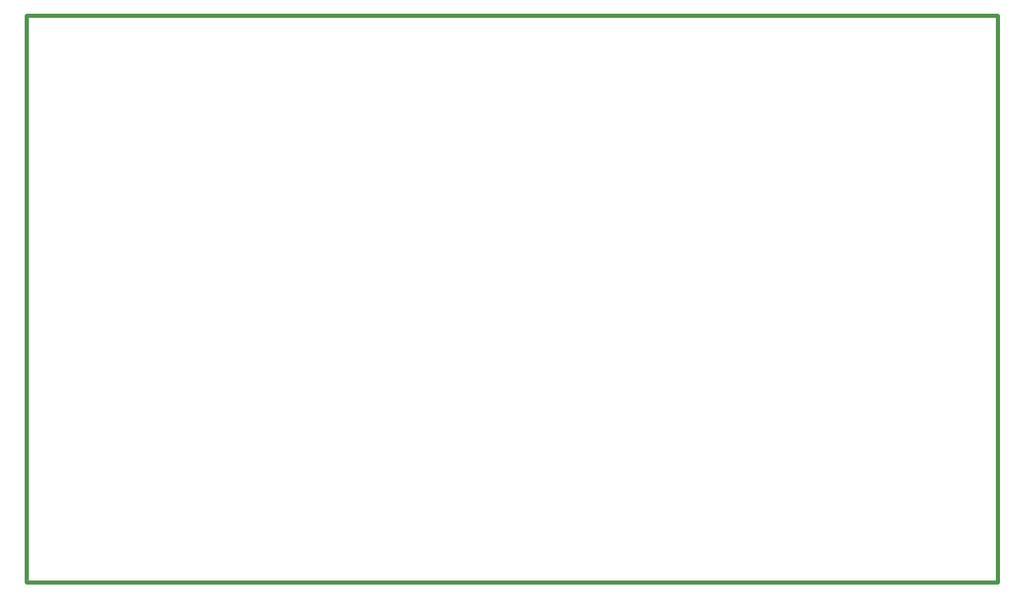
<source format=gko>
G04*
G04 #@! TF.GenerationSoftware,Altium Limited,Altium Designer,18.1.6 (161)*
G04*
G04 Layer_Color=16711935*
%FSLAX25Y25*%
%MOIN*%
G70*
G01*
G75*
%ADD60C,0.02000*%
D60*
X-0Y275590D02*
X0Y0D01*
Y275590D02*
X472441D01*
X472441D02*
X472441Y0D01*
X0D02*
X472441D01*
M02*

</source>
